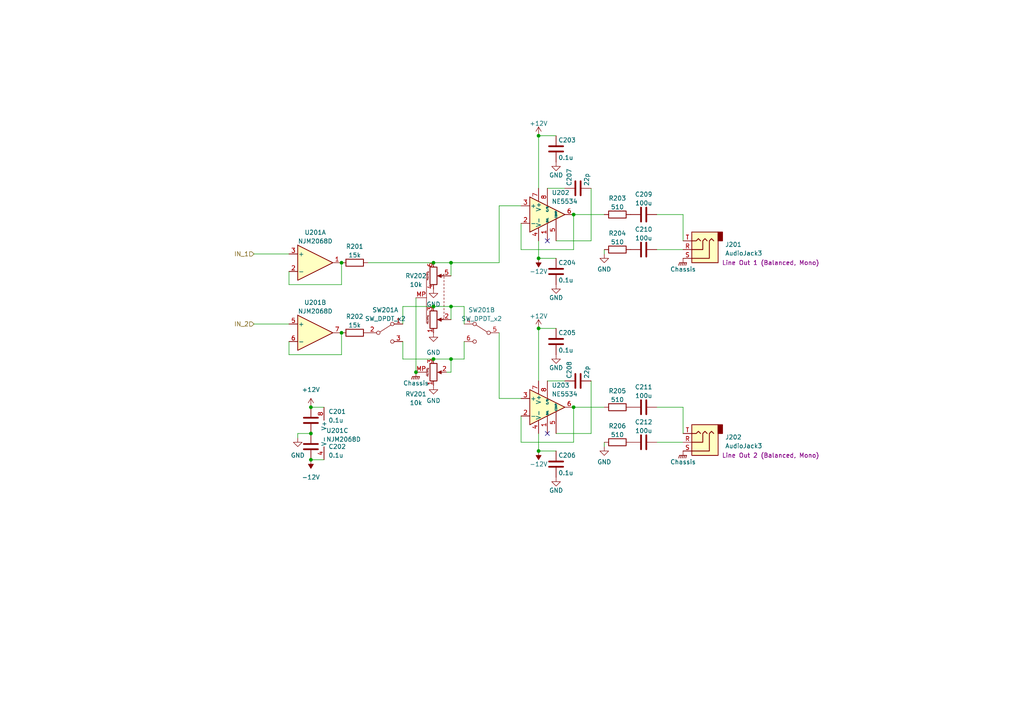
<source format=kicad_sch>
(kicad_sch (version 20211123) (generator eeschema)
  (paper "A4")
  (lib_symbols
    (symbol "0_Amplifier_Operational:NJM2068D" (pin_names (offset 0.127))
      (property "Reference" "U" (at 0 5.08 0))
      (property "Value" "NJM2068D" (at 0 -5.08 0))
      (symbol "NJM2068D_1_1"
        (polyline (pts (xy -5.08 5.08) (xy 5.08 0) (xy -5.08 -5.08) (xy -5.08 5.08)) (stroke (width 0.254)) (fill (type background)))
        (pin output line (at 7.62 0 180) (length 2.54) (name "~") (number "1"))
        (pin input line (at -7.62 -2.54 0) (length 2.54) (name "-") (number "2"))
        (pin input line (at -7.62 2.54 0) (length 2.54) (name "+") (number "3"))
      )
      (symbol "NJM2068D_2_1"
        (polyline (pts (xy -5.08 5.08) (xy 5.08 0) (xy -5.08 -5.08) (xy -5.08 5.08)) (stroke (width 0.254)) (fill (type background)))
        (pin input line (at -7.62 2.54 0) (length 2.54) (name "+") (number "5"))
        (pin input line (at -7.62 -2.54 0) (length 2.54) (name "-") (number "6"))
        (pin output line (at 7.62 0 180) (length 2.54) (name "~") (number "7"))
      )
      (symbol "NJM2068D_3_1"
        (pin power_in line (at -2.54 -7.62 90) (length 3.81) (name "V-") (number "4"))
        (pin power_in line (at -2.54 7.62 270) (length 3.81) (name "V+") (number "8"))
      )
    )
    (symbol "0_Device:R_Potentiometer_Dual_MountingPin" (pin_names hide)
      (property "Reference" "RV" (at 0 3.683 0))
      (property "Value" "R_Potentiometer_Dual_MountingPin" (at 0 1.905 0))
      (symbol "R_Potentiometer_Dual_MountingPin_0_1"
        (rectangle (start -8.89 -1.524) (end -3.81 -3.556) (stroke (width 0.254)))
        (polyline (pts (xy -6.35 0) (xy -6.35 -1.016)))
        (polyline (pts (xy -6.35 0) (xy -6.35 -1.016)))
        (polyline (pts (xy -6.35 0) (xy -5.842 0.508)))
        (polyline (pts (xy -5.588 0.508) (xy -5.08 0.508)))
        (polyline (pts (xy -4.572 0.508) (xy -4.064 0.508)))
        (polyline (pts (xy -3.556 0.508) (xy -3.048 0.508)))
        (polyline (pts (xy -2.54 0.508) (xy -2.032 0.508)))
        (polyline (pts (xy -1.524 0.508) (xy -1.016 0.508)))
        (polyline (pts (xy -0.508 0.508) (xy 0 0.508)))
        (polyline (pts (xy 0.508 0.508) (xy 1.016 0.508)))
        (polyline (pts (xy 1.524 0.508) (xy 2.032 0.508)))
        (polyline (pts (xy 2.54 0.508) (xy 3.048 0.508)))
        (polyline (pts (xy 3.556 0.508) (xy 4.064 0.508)))
        (polyline (pts (xy 4.572 0.508) (xy 5.08 0.508)))
        (polyline (pts (xy 5.588 0.508) (xy 6.096 0.508)))
        (polyline (pts (xy 6.35 0) (xy 6.35 -1.016)))
        (polyline (pts (xy 6.35 0) (xy 6.35 -1.016)))
        (polyline (pts (xy 6.604 0.508) (xy 6.858 0.508) (xy 6.35 0)))
        (polyline (pts (xy -6.35 -1.397) (xy -6.858 -0.254) (xy -5.842 -0.254) (xy -6.35 -1.397)) (fill (type outline)))
        (polyline (pts (xy 6.35 -1.397) (xy 5.842 -0.254) (xy 6.858 -0.254) (xy 6.35 -1.397)) (fill (type outline)))
        (rectangle (start 3.81 -1.524) (end 8.89 -3.556) (stroke (width 0.254)))
      )
      (symbol "R_Potentiometer_Dual_MountingPin_1_1"
        (polyline (pts (xy -7.366 -4.572) (xy 7.366 -4.572)) (stroke (width 0.1524)))
        (text "Mounting" (at -6.35 -4.191 0) (effects (font (size 0.381 0.381))))
        (text "Mounting" (at 6.35 -4.191 0) (effects (font (size 0.381 0.381))))
        (pin passive line (at -10.16 -2.54 0) (length 1.27) (name "1") (number "1"))
        (pin passive line (at -6.35 2.54 270) (length 2.54) (name "2") (number "2"))
        (pin passive line (at -2.54 -2.54 180) (length 1.27) (name "3") (number "3"))
        (pin passive line (at 2.54 -2.54 0) (length 1.27) (name "4") (number "4"))
        (pin passive line (at 6.35 2.54 270) (length 2.54) (name "5") (number "5"))
        (pin passive line (at 10.16 -2.54 180) (length 1.27) (name "6") (number "6"))
        (pin passive line (at 0 -7.62 90) (length 3.048) (name "MountPin") (number "MP"))
      )
    )
    (symbol "0_power:Chassis" (power) (in_bom no) (on_board no)
      (property "Value" "Chassis" (at 0 -3.175 0))
      (symbol "Chassis_0_1"
        (polyline (pts (xy 0 -1.27) (xy 0 0)))
        (polyline (pts (xy -1.016 -1.27) (xy -1.27 -2.032) (xy -1.27 -2.032)) (stroke (width 0.2032)))
        (polyline (pts (xy -0.508 -1.27) (xy -0.762 -2.032) (xy -0.762 -2.032)) (stroke (width 0.2032)))
        (polyline (pts (xy 0 -1.27) (xy -0.254 -2.032) (xy -0.254 -2.032)) (stroke (width 0.2032)))
        (polyline (pts (xy 0.508 -1.27) (xy 0.254 -2.032) (xy 0.254 -2.032)) (stroke (width 0.2032)))
        (polyline (pts (xy 1.016 -1.27) (xy -1.016 -1.27) (xy -1.016 -1.27)) (stroke (width 0.2032)))
        (polyline (pts (xy 1.016 -1.27) (xy 0.762 -2.032) (xy 0.762 -2.032) (xy 0.762 -2.032)) (stroke (width 0.2032)))
      )
      (symbol "Chassis_1_1"
        (pin power_in line (at 0 0 0) (length 0) hide (name "Chassis") (number "1"))
      )
    )
    (symbol "Amplifier_Operational:NE5534" (pin_names (offset 0.127))
      (property "Reference" "U" (at 1.27 6.35 0))
      (property "Value" "NE5534" (at 1.27 3.81 0))
      (symbol "NE5534_0_1"
        (polyline (pts (xy -5.08 5.08) (xy 5.08 0) (xy -5.08 -5.08) (xy -5.08 5.08)) (stroke (width 0.254)) (fill (type background)))
      )
      (symbol "NE5534_1_1"
        (pin input line (at 0 -7.62 90) (length 5.08) (name "BAL") (number "1"))
        (pin input line (at -7.62 -2.54 0) (length 2.54) (name "-") (number "2"))
        (pin input line (at -7.62 2.54 0) (length 2.54) (name "+") (number "3"))
        (pin power_in line (at -2.54 -7.62 90) (length 3.81) (name "V-") (number "4"))
        (pin input line (at 2.54 -7.62 90) (length 6.35) (name "COMP") (number "5"))
        (pin output line (at 7.62 0 180) (length 2.54) (name "~") (number "6"))
        (pin power_in line (at -2.54 7.62 270) (length 3.81) (name "V+") (number "7"))
        (pin input line (at 0 7.62 270) (length 5.08) (name "C/B") (number "8"))
      )
    )
    (symbol "Connector:AudioJack3"
      (property "Reference" "J" (at 0 8.89 0))
      (property "Value" "AudioJack3" (at 0 6.35 0))
      (symbol "AudioJack3_0_1"
        (rectangle (start -5.08 -5.08) (end -6.35 -2.54) (stroke (width 0.254)) (fill (type outline)))
        (polyline (pts (xy 0 -2.54) (xy 0.635 -3.175) (xy 1.27 -2.54) (xy 2.54 -2.54)) (stroke (width 0.254)))
        (polyline (pts (xy -1.905 -2.54) (xy -1.27 -3.175) (xy -0.635 -2.54) (xy -0.635 0) (xy 2.54 0)) (stroke (width 0.254)))
        (polyline (pts (xy 2.54 2.54) (xy -2.54 2.54) (xy -2.54 -2.54) (xy -3.175 -3.175) (xy -3.81 -2.54)) (stroke (width 0.254)))
        (rectangle (start 2.54 3.81) (end -5.08 -5.08) (stroke (width 0.254)) (fill (type background)))
      )
      (symbol "AudioJack3_1_1"
        (pin passive line (at 5.08 0 180) (length 2.54) (name "~") (number "R"))
        (pin passive line (at 5.08 2.54 180) (length 2.54) (name "~") (number "S"))
        (pin passive line (at 5.08 -2.54 180) (length 2.54) (name "~") (number "T"))
      )
    )
    (symbol "Device:C" (pin_numbers hide) (pin_names (offset 0.254))
      (property "Reference" "C" (at 0.635 2.54 0))
      (property "Value" "C" (at 0.635 -2.54 0))
      (symbol "C_0_1"
        (polyline (pts (xy -2.032 -0.762) (xy 2.032 -0.762)) (stroke (width 0.508)))
        (polyline (pts (xy -2.032 0.762) (xy 2.032 0.762)) (stroke (width 0.508)))
      )
      (symbol "C_1_1"
        (pin passive line (at 0 3.81 270) (length 2.794) (name "~") (number "1"))
        (pin passive line (at 0 -3.81 90) (length 2.794) (name "~") (number "2"))
      )
    )
    (symbol "Device:R" (pin_numbers hide) (pin_names (offset 0))
      (property "Reference" "R" (at 2.032 0 90))
      (property "Value" "R" (at 0 0 90))
      (symbol "R_0_1"
        (rectangle (start -1.016 -2.54) (end 1.016 2.54) (stroke (width 0.254)))
      )
      (symbol "R_1_1"
        (pin passive line (at 0 3.81 270) (length 1.27) (name "~") (number "1"))
        (pin passive line (at 0 -3.81 90) (length 1.27) (name "~") (number "2"))
      )
    )
    (symbol "Device:R_Potentiometer_MountingPin" (pin_names (offset 1.016) hide)
      (property "Reference" "RV" (at -8.255 0 90))
      (property "Value" "R_Potentiometer_MountingPin" (at -6.35 0 90))
      (symbol "R_Potentiometer_MountingPin_0_1"
        (polyline (pts (xy 2.54 0) (xy 1.524 0)))
        (polyline (pts (xy 1.143 0) (xy 2.286 0.508) (xy 2.286 -0.508)) (fill (type outline)))
        (rectangle (start 1.016 2.54) (end -1.016 -2.54) (stroke (width 0.254)))
      )
      (symbol "R_Potentiometer_MountingPin_1_1"
        (polyline (pts (xy -2.032 1.016) (xy -2.032 -1.016)) (stroke (width 0.1524)))
        (text "Mounting" (at -1.651 0 900) (effects (font (size 0.381 0.381))))
        (pin passive line (at 0 3.81 270) (length 1.27) (name "1") (number "1"))
        (pin passive line (at 3.81 0 180) (length 1.27) (name "2") (number "2"))
        (pin passive line (at 0 -3.81 90) (length 1.27) (name "3") (number "3"))
        (pin passive line (at -5.08 0 0) (length 3.048) (name "MountPin") (number "MP"))
      )
    )
    (symbol "Switch:SW_DPDT_x2" (pin_names (offset 0) hide)
      (property "Reference" "SW" (at 0 4.318 0))
      (property "Value" "SW_DPDT_x2" (at 0 -5.08 0))
      (symbol "SW_DPDT_x2_0_0"
        (circle (center -2.032 0) (radius 0.508))
        (circle (center 2.032 -2.54) (radius 0.508))
      )
      (symbol "SW_DPDT_x2_0_1"
        (polyline (pts (xy -1.524 0.254) (xy 1.651 2.286)))
        (circle (center 2.032 2.54) (radius 0.508))
      )
      (symbol "SW_DPDT_x2_1_1"
        (pin passive line (at 5.08 2.54 180) (length 2.54) (name "A") (number "1"))
        (pin passive line (at -5.08 0 0) (length 2.54) (name "B") (number "2"))
        (pin passive line (at 5.08 -2.54 180) (length 2.54) (name "C") (number "3"))
      )
      (symbol "SW_DPDT_x2_2_1"
        (pin passive line (at 5.08 2.54 180) (length 2.54) (name "A") (number "4"))
        (pin passive line (at -5.08 0 0) (length 2.54) (name "B") (number "5"))
        (pin passive line (at 5.08 -2.54 180) (length 2.54) (name "C") (number "6"))
      )
    )
    (symbol "power:+12V" (power) (pin_names (offset 0))
      (property "Value" "+12V" (at 0 3.556 0))
      (symbol "+12V_0_1"
        (polyline (pts (xy -0.762 1.27) (xy 0 2.54)))
        (polyline (pts (xy 0 0) (xy 0 2.54)))
        (polyline (pts (xy 0 2.54) (xy 0.762 1.27)))
      )
      (symbol "+12V_1_1"
        (pin power_in line (at 0 0 90) (length 0) hide (name "+12V") (number "1"))
      )
    )
    (symbol "power:-12V" (power) (pin_names (offset 0))
      (property "Value" "-12V" (at 0 3.81 0))
      (symbol "-12V_0_0"
        (pin power_in line (at 0 0 90) (length 0) hide (name "-12V") (number "1"))
      )
      (symbol "-12V_0_1"
        (polyline (pts (xy 0 0) (xy 0 1.27) (xy 0.762 1.27) (xy 0 2.54) (xy -0.762 1.27) (xy 0 1.27)) (fill (type outline)))
      )
    )
    (symbol "power:GND" (power) (pin_names (offset 0))
      (property "Value" "GND" (at 0 -3.81 0))
      (symbol "GND_0_1"
        (polyline (pts (xy 0 0) (xy 0 -1.27) (xy 1.27 -1.27) (xy 0 -2.54) (xy -1.27 -1.27) (xy 0 -1.27)))
      )
      (symbol "GND_1_1"
        (pin power_in line (at 0 0 270) (length 0) hide (name "GND") (number "1"))
      )
    )
  )
  (junction (at 125.73 88.9))
  (junction (at 99.06 96.52))
  (junction (at 90.17 125.73))
  (junction (at 120.65 107.95))
  (junction (at 99.06 76.2))
  (junction (at 166.37 62.23))
  (junction (at 90.17 133.35))
  (junction (at 156.21 130.81))
  (junction (at 156.21 95.25))
  (junction (at 125.73 76.2))
  (junction (at 90.17 118.11))
  (junction (at 130.81 88.9))
  (junction (at 130.81 76.2))
  (junction (at 125.73 104.14))
  (junction (at 130.81 104.14))
  (junction (at 156.21 39.37))
  (junction (at 166.37 118.11))
  (junction (at 156.21 74.93))
  (no_connect (at 158.75 125.73))
  (no_connect (at 158.75 69.85))
  (wire (pts (xy 151.13 64.77) (xy 151.13 72.39)))
  (wire (pts (xy 156.21 95.25) (xy 156.21 110.49)))
  (wire (pts (xy 83.82 82.55) (xy 99.06 82.55)))
  (wire (pts (xy 190.5 72.39) (xy 198.12 72.39)))
  (wire (pts (xy 190.5 62.23) (xy 198.12 62.23)))
  (wire (pts (xy 166.37 72.39) (xy 166.37 62.23)))
  (wire (pts (xy 144.78 76.2) (xy 130.81 76.2)))
  (wire (pts (xy 83.82 78.74) (xy 83.82 82.55)))
  (wire (pts (xy 116.84 88.9) (xy 116.84 93.98)))
  (wire (pts (xy 134.62 104.14) (xy 134.62 99.06)))
  (wire (pts (xy 144.78 96.52) (xy 144.78 115.57)))
  (wire (pts (xy 198.12 118.11) (xy 198.12 125.73)))
  (wire (pts (xy 156.21 39.37) (xy 161.29 39.37)))
  (wire (pts (xy 151.13 72.39) (xy 166.37 72.39)))
  (wire (pts (xy 99.06 102.87) (xy 99.06 96.52)))
  (wire (pts (xy 86.36 125.73) (xy 90.17 125.73)))
  (wire (pts (xy 73.66 73.66) (xy 83.82 73.66)))
  (wire (pts (xy 144.78 59.69) (xy 144.78 76.2)))
  (wire (pts (xy 99.06 76.2) (xy 99.06 82.55)))
  (wire (pts (xy 158.75 110.49) (xy 163.83 110.49)))
  (wire (pts (xy 144.78 115.57) (xy 151.13 115.57)))
  (wire (pts (xy 156.21 39.37) (xy 156.21 54.61)))
  (wire (pts (xy 90.17 133.35) (xy 93.98 133.35)))
  (wire (pts (xy 151.13 128.27) (xy 166.37 128.27)))
  (wire (pts (xy 83.82 102.87) (xy 99.06 102.87)))
  (wire (pts (xy 83.82 99.06) (xy 83.82 102.87)))
  (wire (pts (xy 144.78 59.69) (xy 151.13 59.69)))
  (wire (pts (xy 171.45 125.73) (xy 171.45 110.49)))
  (wire (pts (xy 166.37 128.27) (xy 166.37 118.11)))
  (wire (pts (xy 175.26 73.66) (xy 175.26 72.39)))
  (wire (pts (xy 130.81 88.9) (xy 130.81 92.71)))
  (wire (pts (xy 116.84 99.06) (xy 116.84 104.14)))
  (wire (pts (xy 90.17 118.11) (xy 93.98 118.11)))
  (wire (pts (xy 116.84 88.9) (xy 125.73 88.9)))
  (wire (pts (xy 158.75 54.61) (xy 163.83 54.61)))
  (wire (pts (xy 156.21 130.81) (xy 161.29 130.81)))
  (wire (pts (xy 125.73 76.2) (xy 130.81 76.2)))
  (wire (pts (xy 161.29 125.73) (xy 171.45 125.73)))
  (wire (pts (xy 161.29 69.85) (xy 171.45 69.85)))
  (wire (pts (xy 190.5 118.11) (xy 198.12 118.11)))
  (wire (pts (xy 156.21 69.85) (xy 156.21 74.93)))
  (wire (pts (xy 166.37 62.23) (xy 175.26 62.23)))
  (wire (pts (xy 156.21 74.93) (xy 161.29 74.93)))
  (wire (pts (xy 120.65 86.36) (xy 120.65 107.95)))
  (wire (pts (xy 73.66 93.98) (xy 83.82 93.98)))
  (wire (pts (xy 130.81 76.2) (xy 130.81 80.01)))
  (wire (pts (xy 130.81 107.95) (xy 129.54 107.95)))
  (wire (pts (xy 130.81 88.9) (xy 134.62 88.9)))
  (wire (pts (xy 151.13 120.65) (xy 151.13 128.27)))
  (wire (pts (xy 134.62 88.9) (xy 134.62 93.98)))
  (wire (pts (xy 171.45 69.85) (xy 171.45 54.61)))
  (wire (pts (xy 166.37 118.11) (xy 175.26 118.11)))
  (wire (pts (xy 125.73 104.14) (xy 130.81 104.14)))
  (wire (pts (xy 156.21 95.25) (xy 161.29 95.25)))
  (wire (pts (xy 130.81 104.14) (xy 134.62 104.14)))
  (wire (pts (xy 175.26 129.54) (xy 175.26 128.27)))
  (wire (pts (xy 116.84 104.14) (xy 125.73 104.14)))
  (wire (pts (xy 156.21 125.73) (xy 156.21 130.81)))
  (wire (pts (xy 190.5 128.27) (xy 198.12 128.27)))
  (wire (pts (xy 125.73 88.9) (xy 130.81 88.9)))
  (wire (pts (xy 198.12 62.23) (xy 198.12 69.85)))
  (wire (pts (xy 130.81 104.14) (xy 130.81 107.95)))
  (wire (pts (xy 86.36 127) (xy 86.36 125.73)))
  (wire (pts (xy 106.68 76.2) (xy 125.73 76.2)))
  (hierarchical_label "IN_2" (shape input) (at 73.66 93.98 180))
  (hierarchical_label "IN_1" (shape input) (at 73.66 73.66 180))
  (symbol (lib_id "0_Device:R_Potentiometer_Dual_MountingPin") (at 128.27 86.36 270) (mirror x) (unit 1)
    (property "Reference" "RV202" (at 120.65 80.0131 90))
    (property "Value" "10k" (at 120.65 82.55 90))
  )
  (symbol (lib_id "Device:R") (at 179.07 62.23 90) (unit 1)
    (property "Reference" "R203" (at 179.07 57.5142 90))
    (property "Value" "510" (at 179.07 60.0511 90))
  )
  (symbol (lib_id "power:GND") (at 161.29 46.99 0) (unit 1)
    (property "Reference" "#PWR0211" (effects hide))
    (property "Value" "GND" (at 161.29 50.8 0))
  )
  (symbol (lib_id "Switch:SW_DPDT_x2") (at 111.76 96.52 0) (unit 1)
    (property "Reference" "SW201" (at 111.76 89.8992 0))
    (property "Value" "SW_DPDT_x2" (at 111.76 92.4361 0))
  )
  (symbol (lib_id "0_power:Chassis") (at 198.12 74.93 0) (unit 1) (in_bom no) (on_board no)
    (property "Reference" "#U0202" (effects hide))
    (property "Value" "Chassis" (at 198.12 78.105 0))
  )
  (symbol (lib_id "Connector:AudioJack3") (at 203.2 72.39 180) (unit 1)
    (property "Reference" "J201" (at 210.312 70.9203 0) (effects (justify right)))
    (property "Value" "AudioJack3" (at 210.312 73.4572 0) (effects (justify right)))
    (property "Notes" "Line Out 1 (Balanced, Mono)" (at 223.52 76.2 0))
  )
  (symbol (lib_id "Device:C") (at 167.64 54.61 90) (unit 1)
    (property "Reference" "C207" (at 165.1 53.975 0) (effects (justify left)))
    (property "Value" "22p" (at 170.18 53.975 0) (effects (justify left)))
    (property "Footprint" "0_Capacitor_THT:C_Disc_D5.5mm_W2.5mm_P2.50mm" (effects hide))
  )
  (symbol (lib_id "power:-12V") (at 156.21 130.81 180) (unit 1)
    (property "Reference" "#PWR0210" (effects hide))
    (property "Value" "-12V" (at 156.21 134.62 0))
  )
  (symbol (lib_id "Device:C") (at 161.29 99.06 0) (unit 1)
    (property "Reference" "C205" (at 161.925 96.52 0) (effects (justify left)))
    (property "Value" "0.1u" (at 161.925 101.6 0) (effects (justify left)))
    (property "Footprint" "0_Capacitor_THT:C_Disc_D5.5mm_W2.5mm_P2.50mm" (effects hide))
  )
  (symbol (lib_id "power:-12V") (at 90.17 133.35 180) (unit 1)
    (property "Reference" "#PWR0203" (effects hide))
    (property "Value" "-12V" (at 90.17 138.43 0))
  )
  (symbol (lib_id "0_Amplifier_Operational:NJM2068D") (at 91.44 96.52 0) (unit 2)
    (property "Reference" "U201" (at 91.44 87.7402 0))
    (property "Value" "NJM2068D" (at 91.44 90.2771 0))
  )
  (symbol (lib_id "Device:C") (at 186.69 128.27 90) (unit 1)
    (property "Reference" "C212" (at 186.69 122.4112 90))
    (property "Value" "100u" (at 186.69 124.9481 90))
    (property "Footprint" "0_Capacitor_THT:C_Disc_D5.5mm_W4.0mm_P2.50mm" (effects hide))
  )
  (symbol (lib_id "Device:C") (at 90.17 129.54 180) (unit 1)
    (property "Reference" "C202" (at 95.25 129.54 0) (effects (justify right)))
    (property "Value" "0.1u" (at 95.25 132.08 0) (effects (justify right)))
    (property "Footprint" "0_Capacitor_THT:C_Disc_D5.5mm_W2.5mm_P2.50mm" (effects hide))
  )
  (symbol (lib_id "0_Amplifier_Operational:NJM2068D") (at 91.44 76.2 0) (unit 1)
    (property "Reference" "U201" (at 91.44 67.4202 0))
    (property "Value" "NJM2068D" (at 91.44 69.9571 0))
  )
  (symbol (lib_id "power:+12V") (at 156.21 39.37 0) (unit 1)
    (property "Reference" "#PWR0207" (effects hide))
    (property "Value" "+12V" (at 156.21 35.814 0))
  )
  (symbol (lib_id "Device:R") (at 102.87 76.2 90) (unit 1)
    (property "Reference" "R201" (at 102.87 71.4842 90))
    (property "Value" "15k" (at 102.87 74.0211 90))
  )
  (symbol (lib_id "power:-12V") (at 156.21 74.93 180) (unit 1)
    (property "Reference" "#PWR0208" (effects hide))
    (property "Value" "-12V" (at 156.21 78.74 0))
  )
  (symbol (lib_id "power:GND") (at 125.73 96.52 0) (unit 1)
    (property "Reference" "#PWR0205" (effects hide))
    (property "Value" "GND" (at 125.73 102.2334 0))
  )
  (symbol (lib_id "power:GND") (at 86.36 127 0) (unit 1)
    (property "Reference" "#PWR0201" (effects hide))
    (property "Value" "GND" (at 86.36 132.08 0))
  )
  (symbol (lib_id "Device:R") (at 179.07 118.11 90) (unit 1)
    (property "Reference" "R205" (at 179.07 113.3942 90))
    (property "Value" "510" (at 179.07 115.9311 90))
  )
  (symbol (lib_id "Device:R") (at 102.87 96.52 90) (unit 1)
    (property "Reference" "R202" (at 102.87 91.8042 90))
    (property "Value" "15k" (at 102.87 94.3411 90))
  )
  (symbol (lib_id "Device:R_Potentiometer_MountingPin") (at 125.73 107.95 0) (mirror x) (unit 1)
    (property "Reference" "RV201" (at 120.65 114.3 0))
    (property "Value" "10k" (at 120.65 116.8369 0))
  )
  (symbol (lib_id "power:GND") (at 125.73 111.76 0) (unit 1)
    (property "Reference" "#PWR0206" (effects hide))
    (property "Value" "GND" (at 125.73 116.2034 0))
  )
  (symbol (lib_id "Amplifier_Operational:NE5534") (at 158.75 62.23 0) (unit 1)
    (property "Reference" "U202" (at 160.02 55.88 0) (effects (justify left)))
    (property "Value" "NE5534" (at 160.02 58.42 0) (effects (justify left)))
    (property "Datasheet" "http://www.ti.com/lit/ds/symlink/ne5534.pdf" (effects hide))
  )
  (symbol (lib_id "Device:C") (at 161.29 134.62 0) (unit 1)
    (property "Reference" "C206" (at 161.925 132.08 0) (effects (justify left)))
    (property "Value" "0.1u" (at 161.925 137.16 0) (effects (justify left)))
    (property "Footprint" "0_Capacitor_THT:C_Disc_D5.5mm_W2.5mm_P2.50mm" (effects hide))
  )
  (symbol (lib_id "Device:C") (at 90.17 121.92 180) (unit 1)
    (property "Reference" "C201" (at 95.25 119.38 0) (effects (justify right)))
    (property "Value" "0.1u" (at 95.25 121.92 0) (effects (justify right)))
    (property "Footprint" "0_Capacitor_THT:C_Disc_D5.5mm_W2.5mm_P2.50mm" (effects hide))
  )
  (symbol (lib_id "Switch:SW_DPDT_x2") (at 139.7 96.52 0) (mirror y) (unit 2)
    (property "Reference" "SW201" (at 139.7 89.8992 0))
    (property "Value" "SW_DPDT_x2" (at 139.7 92.4361 0))
  )
  (symbol (lib_id "Device:R") (at 179.07 128.27 90) (unit 1)
    (property "Reference" "R206" (at 179.07 123.5542 90))
    (property "Value" "510" (at 179.07 126.0911 90))
  )
  (symbol (lib_id "power:GND") (at 175.26 129.54 0) (unit 1)
    (property "Reference" "#PWR0216" (effects hide))
    (property "Value" "GND" (at 175.26 133.9834 0))
  )
  (symbol (lib_id "power:GND") (at 161.29 102.87 0) (unit 1)
    (property "Reference" "#PWR0213" (effects hide))
    (property "Value" "GND" (at 161.29 106.68 0))
  )
  (symbol (lib_id "0_power:Chassis") (at 198.12 130.81 0) (unit 1) (in_bom no) (on_board no)
    (property "Reference" "#U0203" (effects hide))
    (property "Value" "Chassis" (at 198.12 133.985 0))
  )
  (symbol (lib_id "Device:C") (at 186.69 62.23 90) (unit 1)
    (property "Reference" "C209" (at 186.69 56.3712 90))
    (property "Value" "100u" (at 186.69 58.9081 90))
    (property "Footprint" "0_Capacitor_THT:C_Disc_D5.5mm_W4.0mm_P2.50mm" (effects hide))
  )
  (symbol (lib_id "Amplifier_Operational:NE5534") (at 158.75 118.11 0) (unit 1)
    (property "Reference" "U203" (at 160.02 111.76 0) (effects (justify left)))
    (property "Value" "NE5534" (at 160.02 114.3 0) (effects (justify left)))
    (property "Datasheet" "http://www.ti.com/lit/ds/symlink/ne5534.pdf" (effects hide))
  )
  (symbol (lib_id "Device:R") (at 179.07 72.39 90) (unit 1)
    (property "Reference" "R204" (at 179.07 67.6742 90))
    (property "Value" "510" (at 179.07 70.2111 90))
  )
  (symbol (lib_id "0_Amplifier_Operational:NJM2068D") (at 96.52 125.73 0) (unit 3)
    (property "Reference" "U201" (at 94.615 124.8953 0) (effects (justify left)))
    (property "Value" "NJM2068D" (at 94.615 127.4322 0) (effects (justify left)))
  )
  (symbol (lib_id "Device:C") (at 186.69 118.11 90) (unit 1)
    (property "Reference" "C211" (at 186.69 112.2512 90))
    (property "Value" "100u" (at 186.69 114.7881 90))
    (property "Footprint" "0_Capacitor_THT:C_Disc_D5.5mm_W4.0mm_P2.50mm" (effects hide))
  )
  (symbol (lib_id "power:GND") (at 125.73 83.82 0) (unit 1)
    (property "Reference" "#PWR0204" (effects hide))
    (property "Value" "GND" (at 125.73 88.2634 0))
  )
  (symbol (lib_id "power:+12V") (at 90.17 118.11 0) (unit 1)
    (property "Reference" "#PWR0202" (effects hide))
    (property "Value" "+12V" (at 90.17 113.03 0))
  )
  (symbol (lib_id "0_power:Chassis") (at 120.65 107.95 0) (unit 1) (in_bom no) (on_board no)
    (property "Reference" "#U0201" (effects hide))
    (property "Value" "Chassis" (at 120.65 111.125 0))
  )
  (symbol (lib_id "Device:C") (at 167.64 110.49 90) (unit 1)
    (property "Reference" "C208" (at 165.1 109.855 0) (effects (justify left)))
    (property "Value" "22p" (at 170.18 109.855 0) (effects (justify left)))
    (property "Footprint" "0_Capacitor_THT:C_Disc_D5.5mm_W2.5mm_P2.50mm" (effects hide))
  )
  (symbol (lib_id "power:GND") (at 161.29 138.43 0) (unit 1)
    (property "Reference" "#PWR0214" (effects hide))
    (property "Value" "GND" (at 161.29 142.24 0))
  )
  (symbol (lib_id "power:GND") (at 175.26 73.66 0) (unit 1)
    (property "Reference" "#PWR0215" (effects hide))
    (property "Value" "GND" (at 175.26 78.1034 0))
  )
  (symbol (lib_id "Device:C") (at 161.29 43.18 0) (unit 1)
    (property "Reference" "C203" (at 161.925 40.64 0) (effects (justify left)))
    (property "Value" "0.1u" (at 161.925 45.72 0) (effects (justify left)))
    (property "Footprint" "0_Capacitor_THT:C_Disc_D5.5mm_W2.5mm_P2.50mm" (effects hide))
  )
  (symbol (lib_id "Connector:AudioJack3") (at 203.2 128.27 180) (unit 1)
    (property "Reference" "J202" (at 210.312 126.8003 0) (effects (justify right)))
    (property "Value" "AudioJack3" (at 210.312 129.3372 0) (effects (justify right)))
    (property "Notes" "Line Out 2 (Balanced, Mono)" (at 223.52 132.08 0))
  )
  (symbol (lib_id "Device:C") (at 186.69 72.39 90) (unit 1)
    (property "Reference" "C210" (at 186.69 66.5312 90))
    (property "Value" "100u" (at 186.69 69.0681 90))
    (property "Footprint" "0_Capacitor_THT:C_Disc_D5.5mm_W4.0mm_P2.50mm" (effects hide))
  )
  (symbol (lib_id "power:GND") (at 161.29 82.55 0) (unit 1)
    (property "Reference" "#PWR0212" (effects hide))
    (property "Value" "GND" (at 161.29 86.36 0))
  )
  (symbol (lib_id "power:+12V") (at 156.21 95.25 0) (unit 1)
    (property "Reference" "#PWR0209" (effects hide))
    (property "Value" "+12V" (at 156.21 91.694 0))
  )
  (symbol (lib_id "Device:C") (at 161.29 78.74 0) (unit 1)
    (property "Reference" "C204" (at 161.925 76.2 0) (effects (justify left)))
    (property "Value" "0.1u" (at 161.925 81.28 0) (effects (justify left)))
    (property "Footprint" "0_Capacitor_THT:C_Disc_D5.5mm_W2.5mm_P2.50mm" (effects hide))
  )
)
</source>
